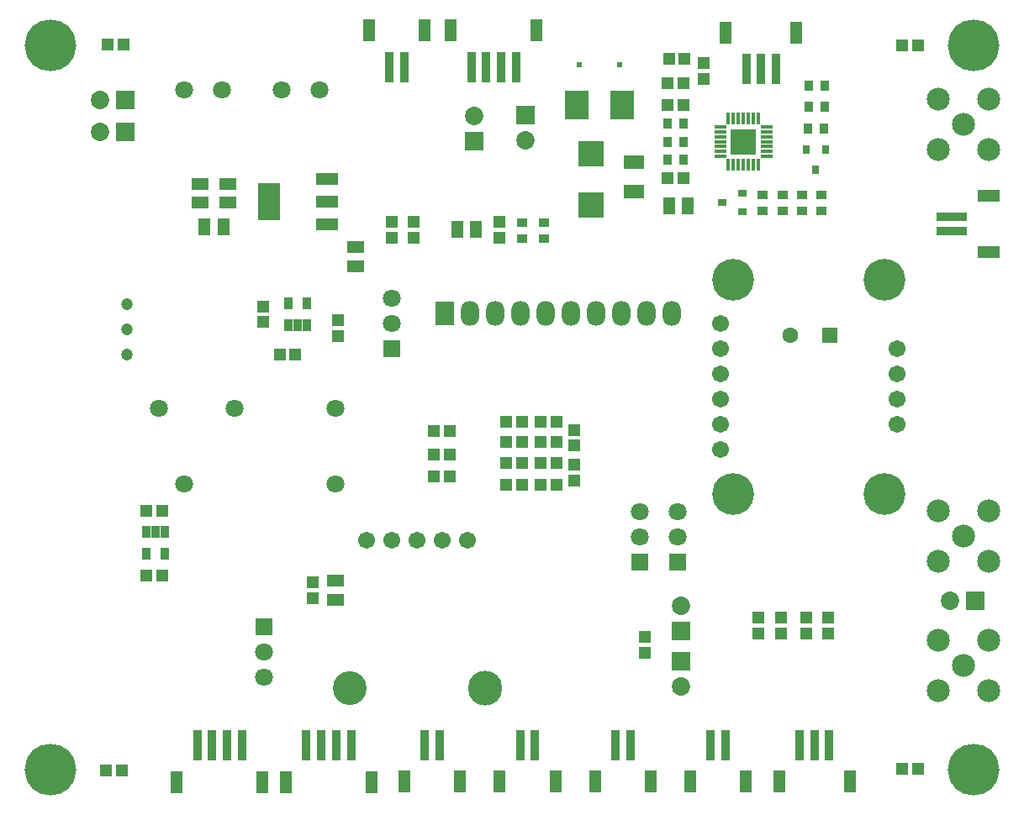
<source format=gbs>
G04*
G04 #@! TF.GenerationSoftware,Altium Limited,Altium Designer,21.2.2 (38)*
G04*
G04 Layer_Color=16711935*
%FSTAX24Y24*%
%MOIN*%
G70*
G04*
G04 #@! TF.SameCoordinates,D9C69337-02A0-443D-9D67-ED1C811D3BAA*
G04*
G04*
G04 #@! TF.FilePolarity,Negative*
G04*
G01*
G75*
%ADD63R,0.0336X0.0415*%
%ADD65R,0.1222X0.0356*%
%ADD66R,0.0867X0.0513*%
%ADD67R,0.0651X0.0474*%
%ADD71R,0.0316X0.0356*%
%ADD78R,0.0513X0.0867*%
%ADD79R,0.0356X0.1222*%
%ADD86R,0.0867X0.0474*%
%ADD87R,0.0867X0.1458*%
%ADD89R,0.0946X0.1182*%
%ADD90R,0.0454X0.0474*%
%ADD93R,0.0415X0.0336*%
%ADD94R,0.0474X0.0651*%
%ADD101R,0.0336X0.0497*%
%ADD104R,0.0631X0.0631*%
%ADD105C,0.0631*%
%ADD106R,0.0730X0.0730*%
%ADD107C,0.0730*%
%ADD108R,0.0730X0.0730*%
%ADD109C,0.0237*%
%ADD110C,0.1655*%
%ADD111C,0.0671*%
%ADD112O,0.0730X0.0980*%
%ADD113R,0.0730X0.0980*%
%ADD114C,0.0474*%
%ADD115C,0.0710*%
%ADD116O,0.1340X0.1379*%
%ADD117C,0.1340*%
%ADD118R,0.0710X0.0710*%
%ADD119C,0.0907*%
%ADD120C,0.0277*%
%ADD121C,0.2049*%
%ADD152R,0.1000X0.1000*%
%ADD154R,0.0474X0.0454*%
%ADD155R,0.0828X0.0552*%
%ADD156R,0.0986X0.1013*%
%ADD157R,0.0460X0.0160*%
%ADD158R,0.0460X0.0160*%
%ADD159R,0.0160X0.0460*%
%ADD160R,0.0356X0.0316*%
D63*
X035866Y036299D02*
D03*
X036496D02*
D03*
Y035591D02*
D03*
X035866D02*
D03*
X041457Y038504D02*
D03*
X042087D02*
D03*
Y037677D02*
D03*
X041457D02*
D03*
X042047Y036811D02*
D03*
X041417D02*
D03*
X035866Y037008D02*
D03*
X036496D02*
D03*
D65*
X047126Y032736D02*
D03*
Y033327D02*
D03*
D66*
X048583Y031929D02*
D03*
Y034134D02*
D03*
D67*
X023484Y031358D02*
D03*
Y032106D02*
D03*
X017323Y034626D02*
D03*
Y033878D02*
D03*
X018425Y034626D02*
D03*
Y033878D02*
D03*
X022677Y01813D02*
D03*
Y018878D02*
D03*
D71*
X041732Y035197D02*
D03*
X042106Y035984D02*
D03*
X041358D02*
D03*
D78*
X038169Y04063D02*
D03*
X040965D02*
D03*
X03065Y040709D02*
D03*
X027264D02*
D03*
X024016D02*
D03*
X02622D02*
D03*
X043071Y010906D02*
D03*
X040276D02*
D03*
X03676Y010902D02*
D03*
X038965D02*
D03*
X03298Y010902D02*
D03*
X035185D02*
D03*
X029201D02*
D03*
X031406D02*
D03*
X025421D02*
D03*
X027626D02*
D03*
X020728Y010886D02*
D03*
X024114D02*
D03*
X016398D02*
D03*
X019783D02*
D03*
D79*
X038976Y039173D02*
D03*
X039567D02*
D03*
X040157Y039173D02*
D03*
X029843Y039252D02*
D03*
X028071Y039252D02*
D03*
X028661D02*
D03*
X029252Y039252D02*
D03*
X024823Y039252D02*
D03*
X025413D02*
D03*
X042264Y012362D02*
D03*
X041673D02*
D03*
X041083Y012362D02*
D03*
X037567Y012358D02*
D03*
X038157D02*
D03*
X033787Y012358D02*
D03*
X034378D02*
D03*
X030008D02*
D03*
X030598D02*
D03*
X026228D02*
D03*
X026819D02*
D03*
X021535Y012343D02*
D03*
X023307Y012343D02*
D03*
X022717D02*
D03*
X022126Y012343D02*
D03*
X017205D02*
D03*
X018976Y012343D02*
D03*
X018386D02*
D03*
X017795Y012343D02*
D03*
D86*
X022362Y033012D02*
D03*
Y033917D02*
D03*
Y034823D02*
D03*
D87*
X020039Y033917D02*
D03*
D89*
X032244Y037756D02*
D03*
X034055D02*
D03*
D90*
X036535Y039567D02*
D03*
X035906D02*
D03*
X035866Y038622D02*
D03*
X036496D02*
D03*
X035866Y037756D02*
D03*
X036496D02*
D03*
X035866Y034843D02*
D03*
X036496D02*
D03*
X013661Y040157D02*
D03*
X014291D02*
D03*
X020472Y027835D02*
D03*
X021102D02*
D03*
X015827Y021654D02*
D03*
X015197D02*
D03*
X031457Y024391D02*
D03*
X030827D02*
D03*
X031457Y023564D02*
D03*
X030827D02*
D03*
X031457Y025198D02*
D03*
X030827D02*
D03*
X031457Y022698D02*
D03*
X030827D02*
D03*
X029449D02*
D03*
X030079D02*
D03*
X026598Y023879D02*
D03*
X027228D02*
D03*
X045157Y011417D02*
D03*
X045787D02*
D03*
Y040118D02*
D03*
X045157D02*
D03*
X014213Y011339D02*
D03*
X013583D02*
D03*
X015827Y019094D02*
D03*
X015197D02*
D03*
X027228Y024824D02*
D03*
X026598D02*
D03*
X030079Y023564D02*
D03*
X029449D02*
D03*
X030079Y025198D02*
D03*
X029449D02*
D03*
X027228Y023013D02*
D03*
X026598D02*
D03*
X029449Y024391D02*
D03*
X030079D02*
D03*
D93*
X041949Y033563D02*
D03*
Y034193D02*
D03*
X041201Y034173D02*
D03*
Y033543D02*
D03*
X040433Y034173D02*
D03*
Y033543D02*
D03*
X039626Y034173D02*
D03*
Y033543D02*
D03*
X030945Y032461D02*
D03*
Y033091D02*
D03*
X030079Y032461D02*
D03*
Y033091D02*
D03*
D94*
X018248Y032933D02*
D03*
X0175D02*
D03*
X02752Y032815D02*
D03*
X028268D02*
D03*
X035906Y03374D02*
D03*
X036654D02*
D03*
D101*
X020807Y029016D02*
D03*
Y029882D02*
D03*
X021181Y029016D02*
D03*
X021555D02*
D03*
Y029882D02*
D03*
X015177Y019961D02*
D03*
Y020827D02*
D03*
X015551D02*
D03*
X015925Y019961D02*
D03*
Y020827D02*
D03*
D104*
X042283Y028622D02*
D03*
D105*
X040709D02*
D03*
D106*
X030236Y037362D02*
D03*
X028189Y036331D02*
D03*
X036378Y016882D02*
D03*
Y015677D02*
D03*
D107*
X030236Y036362D02*
D03*
X013358Y037953D02*
D03*
Y036693D02*
D03*
X028189Y037331D02*
D03*
X036378Y017882D02*
D03*
Y014677D02*
D03*
X047067Y018091D02*
D03*
D108*
X014358Y037953D02*
D03*
Y036693D02*
D03*
X048067Y018091D02*
D03*
D109*
X033937Y039366D02*
D03*
X032362D02*
D03*
D110*
X044461Y030821D02*
D03*
X038461D02*
D03*
X044461Y022321D02*
D03*
X038461D02*
D03*
D111*
X037961Y029071D02*
D03*
Y024071D02*
D03*
Y025071D02*
D03*
Y026071D02*
D03*
Y027071D02*
D03*
Y028071D02*
D03*
X044961Y025071D02*
D03*
Y026071D02*
D03*
Y027071D02*
D03*
Y028071D02*
D03*
X027929Y020472D02*
D03*
X023929D02*
D03*
X024929D02*
D03*
X026929D02*
D03*
X025929D02*
D03*
D112*
X034016Y029488D02*
D03*
X032016D02*
D03*
X030016D02*
D03*
X029016D02*
D03*
X028016D02*
D03*
X031016D02*
D03*
X033016D02*
D03*
X035016D02*
D03*
X036016D02*
D03*
D113*
X027016D02*
D03*
D114*
X014409Y029843D02*
D03*
Y028843D02*
D03*
Y027843D02*
D03*
D115*
X022673Y025717D02*
D03*
X016673Y022717D02*
D03*
X015673Y025717D02*
D03*
X018673D02*
D03*
X022673Y022717D02*
D03*
X03626Y02063D02*
D03*
Y02163D02*
D03*
X034744D02*
D03*
Y02063D02*
D03*
X020547Y038346D02*
D03*
X022047D02*
D03*
X024921Y030091D02*
D03*
Y029091D02*
D03*
X019843Y016043D02*
D03*
Y015043D02*
D03*
X016685Y038346D02*
D03*
X018185D02*
D03*
D116*
X028606Y014606D02*
D03*
D117*
X023252D02*
D03*
D118*
X03626Y01963D02*
D03*
X034744D02*
D03*
X024921Y028091D02*
D03*
X019843Y017043D02*
D03*
D119*
X047583Y015528D02*
D03*
X046583Y016528D02*
D03*
Y014528D02*
D03*
X048583D02*
D03*
Y016528D02*
D03*
X047575Y036984D02*
D03*
X046575Y037984D02*
D03*
Y035984D02*
D03*
X048575D02*
D03*
Y037984D02*
D03*
X047583Y020646D02*
D03*
X046583Y021646D02*
D03*
Y019646D02*
D03*
X048583D02*
D03*
Y021646D02*
D03*
D120*
X048524Y011909D02*
D03*
X047461D02*
D03*
Y010846D02*
D03*
X048524D02*
D03*
X04874Y011378D02*
D03*
X047244D02*
D03*
X047992Y01063D02*
D03*
Y012126D02*
D03*
X048524Y04065D02*
D03*
X047461D02*
D03*
Y039587D02*
D03*
X048524D02*
D03*
X04874Y040118D02*
D03*
X047244D02*
D03*
X047992Y03937D02*
D03*
Y040866D02*
D03*
X011378Y012126D02*
D03*
Y01063D02*
D03*
X01063Y011378D02*
D03*
X012126D02*
D03*
X011909Y010846D02*
D03*
X010846D02*
D03*
Y011909D02*
D03*
X011909D02*
D03*
Y04065D02*
D03*
X010846D02*
D03*
Y039587D02*
D03*
X011909D02*
D03*
X012126Y040118D02*
D03*
X01063D02*
D03*
X011378Y03937D02*
D03*
Y040866D02*
D03*
D121*
X047992Y011378D02*
D03*
Y040118D02*
D03*
X011378Y011378D02*
D03*
Y040118D02*
D03*
D152*
X038858Y036299D02*
D03*
D154*
X037283Y039409D02*
D03*
Y03878D02*
D03*
X029193Y03248D02*
D03*
Y03311D02*
D03*
X019803Y029764D02*
D03*
Y029134D02*
D03*
X022795Y028583D02*
D03*
Y029213D02*
D03*
X021772Y018819D02*
D03*
Y018189D02*
D03*
X032165Y024864D02*
D03*
Y024234D02*
D03*
Y023486D02*
D03*
Y022856D02*
D03*
X042205Y016772D02*
D03*
Y017402D02*
D03*
X040354Y016772D02*
D03*
Y017402D02*
D03*
X041339D02*
D03*
Y016772D02*
D03*
X034961Y016634D02*
D03*
Y016004D02*
D03*
X039449Y017402D02*
D03*
Y016772D02*
D03*
X025787Y03248D02*
D03*
Y03311D02*
D03*
X024921Y03248D02*
D03*
Y03311D02*
D03*
D155*
X034528Y035472D02*
D03*
Y034331D02*
D03*
D156*
X032835Y033791D02*
D03*
Y035815D02*
D03*
D157*
X037943Y035709D02*
D03*
D158*
Y035906D02*
D03*
Y036102D02*
D03*
Y036299D02*
D03*
Y036496D02*
D03*
Y036693D02*
D03*
Y03689D02*
D03*
X039773D02*
D03*
Y036693D02*
D03*
Y036496D02*
D03*
Y036299D02*
D03*
Y036102D02*
D03*
Y035906D02*
D03*
Y035709D02*
D03*
D159*
X038268Y037214D02*
D03*
X038465D02*
D03*
X038661D02*
D03*
X038858D02*
D03*
X039055D02*
D03*
X039252D02*
D03*
X039449D02*
D03*
Y035384D02*
D03*
X039252D02*
D03*
X039055D02*
D03*
X038858D02*
D03*
X038661D02*
D03*
X038465D02*
D03*
X038268D02*
D03*
D160*
X038031Y033878D02*
D03*
X038819Y033504D02*
D03*
Y034252D02*
D03*
M02*

</source>
